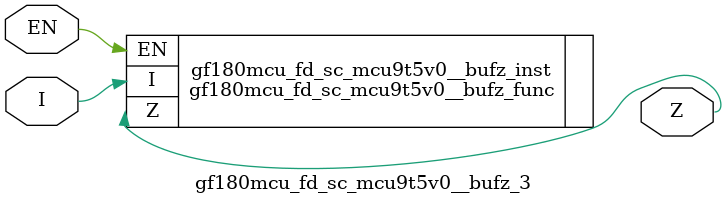
<source format=v>

`ifndef GF180MCU_FD_SC_MCU9T5V0__BUFZ_3_V
`define GF180MCU_FD_SC_MCU9T5V0__BUFZ_3_V

`include gf180mcu_fd_sc_mcu9t5v0__bufz.v

`ifdef USE_POWER_PINS
module gf180mcu_fd_sc_mcu9t5v0__bufz_3( EN, I, Z, VDD, VSS );
inout VDD, VSS;
`else // If not USE_POWER_PINS
module gf180mcu_fd_sc_mcu9t5v0__bufz_3( EN, I, Z );
`endif // If not USE_POWER_PINS
input EN, I;
output Z;

`ifdef USE_POWER_PINS
  gf180mcu_fd_sc_mcu9t5v0__bufz_func gf180mcu_fd_sc_mcu9t5v0__bufz_inst(.EN(EN),.I(I),.Z(Z),.VDD(VDD),.VSS(VSS));
`else // If not USE_POWER_PINS
  gf180mcu_fd_sc_mcu9t5v0__bufz_func gf180mcu_fd_sc_mcu9t5v0__bufz_inst(.EN(EN),.I(I),.Z(Z));
`endif // If not USE_POWER_PINS

`ifndef FUNCTIONAL
	// spec_gates_begin


	// spec_gates_end



   specify

	// specify_block_begin

	// comb arc EN --> Z
	 (EN => Z) = (1.0,1.0);

	// comb arc I --> Z
	 (I => Z) = (1.0,1.0);

	// specify_block_end

   endspecify

   `endif

endmodule
`endif // GF180MCU_FD_SC_MCU9T5V0__BUFZ_3_V

</source>
